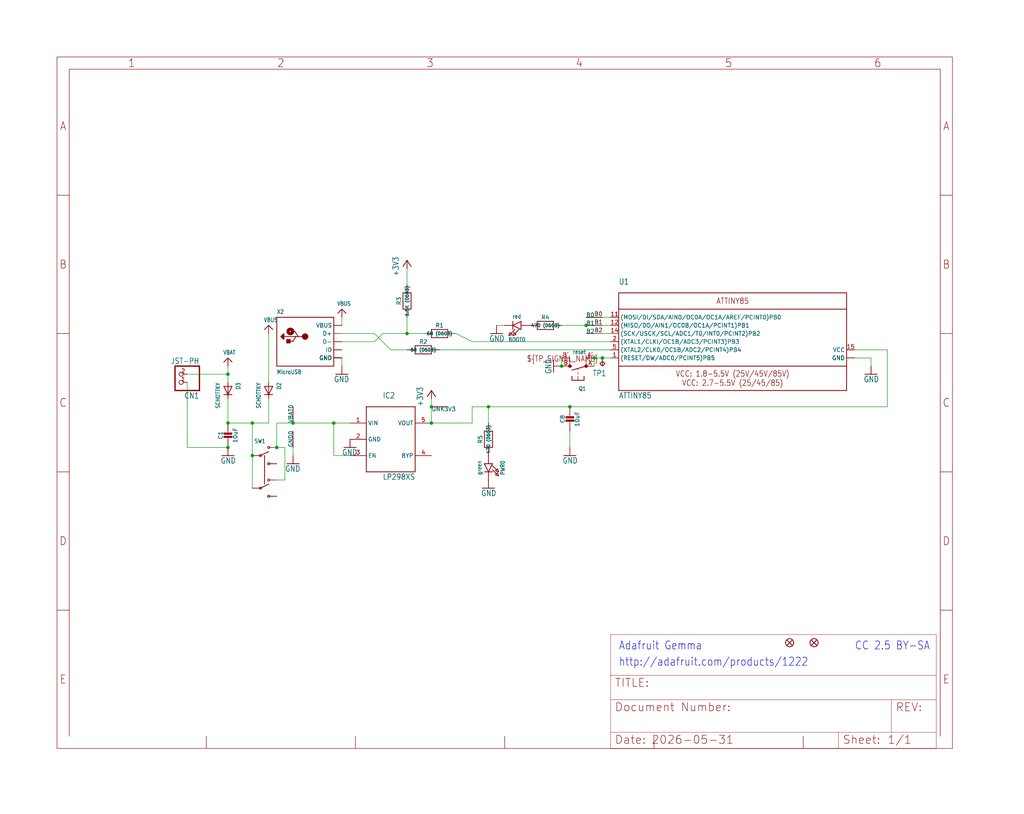
<source format=kicad_sch>
(kicad_sch (version 20230121) (generator eeschema)
  (paper "User" 319.507 254.127)
  (lib_symbols
    (symbol "working-eagle-import:+3V3" (power)
      (property "Value" "+3V3" (at -2.54 -5.08 90))
      (symbol "+3V3_1_0"
        (polyline (pts (xy 0 0) (xy -1.27 -1.905)) (stroke (width 0.254)))
        (polyline (pts (xy 1.27 -1.905) (xy 0 0)) (stroke (width 0.254)))
        (pin power_in line (at 0 -2.54 90) (length 2.54) (name "+3V3") (number "1"))
      )
    )
    (symbol "working-eagle-import:ATTINY85"
      (property "Reference" "U" (at -35.56 17.78 0))
      (symbol "ATTINY85_1_0"
        (polyline (pts (xy -35.56 -15.24) (xy 35.56 -15.24)) (stroke (width 0.254)))
        (polyline (pts (xy -35.56 -7.62) (xy -35.56 -15.24)) (stroke (width 0.254)))
        (polyline (pts (xy -35.56 -7.62) (xy -35.56 10.16)) (stroke (width 0.254)))
        (polyline (pts (xy -35.56 10.16) (xy -35.56 15.24)) (stroke (width 0.254)))
        (polyline (pts (xy -35.56 10.16) (xy 35.56 10.16)) (stroke (width 0.254)))
        (polyline (pts (xy -35.56 15.24) (xy 35.56 15.24)) (stroke (width 0.254)))
        (polyline (pts (xy 35.56 -15.24) (xy 35.56 -7.62)) (stroke (width 0.254)))
        (polyline (pts (xy 35.56 -7.62) (xy -35.56 -7.62)) (stroke (width 0.254)))
        (polyline (pts (xy 35.56 10.16) (xy 35.56 -7.62)) (stroke (width 0.254)))
        (polyline (pts (xy 35.56 15.24) (xy 35.56 10.16)) (stroke (width 0.254)))
        (text "ATTINY85" (at 0 12.7 0) (effects (font (size 1.778 1.5113))))
        (text "VCC: 1.8-5.5V (25V/45V/85V)\nVCC: 2.7-5.5V (25/45/85)" (at 0 -11.43 0) (effects (font (size 1.778 1.5113))))
        (pin bidirectional line (at -38.1 -5.08 0) (length 2.54) (name "(RESET/DW/ADC0/PCINT5)PB5") (number "1"))
        (pin bidirectional line (at -38.1 7.62 0) (length 2.54) (name "(MOSI/DI/SDA/AIN0/OC0A/OC1A/AREF/PCINT0)PB0") (number "11"))
        (pin bidirectional line (at -38.1 5.08 0) (length 2.54) (name "(MISO/DO/AIN1/OC0B/OC1A/PCINT1)PB1") (number "12"))
        (pin bidirectional line (at -38.1 2.54 0) (length 2.54) (name "(SCK/USCK/SCL/ADC1/T0/INT0/PCINT2)PB2") (number "14"))
        (pin power_in line (at 38.1 -2.54 180) (length 2.54) (name "VCC") (number "15"))
        (pin bidirectional line (at -38.1 0 0) (length 2.54) (name "(XTAL1/CLKI/OC1B/ADC3/PCINT3)PB3") (number "2"))
        (pin bidirectional line (at -38.1 -2.54 0) (length 2.54) (name "(XTAL2/CLK0/OC1B/ADC2/PCINT4)PB4") (number "5"))
        (pin power_in line (at 38.1 -5.08 180) (length 2.54) (name "GND") (number "8"))
        (pin power_in line (at 38.1 -5.08 180) (length 2.54) (name "GND") (number "THERMAL"))
      )
    )
    (symbol "working-eagle-import:CAP_CERAMIC0805-NOOUTLINE"
      (property "Reference" "C" (at -2.29 1.25 90))
      (symbol "CAP_CERAMIC0805-NOOUTLINE_1_0"
        (rectangle (start -1.27 0.508) (end 1.27 1.016) (fill (type outline)))
        (rectangle (start -1.27 1.524) (end 1.27 2.032) (fill (type outline)))
        (polyline (pts (xy 0 0.762) (xy 0 0)) (stroke (width 0.1524)))
        (polyline (pts (xy 0 2.54) (xy 0 1.778)) (stroke (width 0.1524)))
        (pin passive line (at 0 5.08 270) (length 2.54) (name "1") (number "1"))
        (pin passive line (at 0 -2.54 90) (length 2.54) (name "2") (number "2"))
      )
    )
    (symbol "working-eagle-import:CON_JST_PH_2PIN"
      (property "Reference" "X" (at -6.35 5.715 0))
      (symbol "CON_JST_PH_2PIN_1_0"
        (polyline (pts (xy -6.35 -2.54) (xy 1.27 -2.54)) (stroke (width 0.4064)))
        (polyline (pts (xy -6.35 5.08) (xy -6.35 -2.54)) (stroke (width 0.4064)))
        (polyline (pts (xy 1.27 -2.54) (xy 1.27 5.08)) (stroke (width 0.4064)))
        (polyline (pts (xy 1.27 5.08) (xy -6.35 5.08)) (stroke (width 0.4064)))
        (pin passive inverted (at -2.54 2.54 0) (length 2.54) (name "1") (number "1"))
        (pin passive inverted (at -2.54 0 0) (length 2.54) (name "2") (number "2"))
      )
    )
    (symbol "working-eagle-import:DIODE_SOD-123FL"
      (property "Reference" "D" (at -2.54 2.54 0))
      (symbol "DIODE_SOD-123FL_1_0"
        (polyline (pts (xy -1.27 -1.27) (xy 1.27 0)) (stroke (width 0.254)))
        (polyline (pts (xy -1.27 1.27) (xy -1.27 -1.27)) (stroke (width 0.254)))
        (polyline (pts (xy 1.27 0) (xy -1.27 1.27)) (stroke (width 0.254)))
        (polyline (pts (xy 1.27 0) (xy 1.27 -1.27)) (stroke (width 0.254)))
        (polyline (pts (xy 1.27 1.27) (xy 1.27 0)) (stroke (width 0.254)))
        (pin passive line (at -2.54 0 0) (length 2.54) (name "A") (number "A"))
        (pin passive line (at 2.54 0 180) (length 2.54) (name "C") (number "C"))
      )
    )
    (symbol "working-eagle-import:FIDUCIAL{dblquote}{dblquote}"
      (symbol "FIDUCIAL{dblquote}{dblquote}_1_0"
        (polyline (pts (xy -0.762 0.762) (xy 0.762 -0.762)) (stroke (width 0.254)))
        (polyline (pts (xy 0.762 0.762) (xy -0.762 -0.762)) (stroke (width 0.254)))
        (circle (center 0 0) (radius 1.27) (stroke (width 0.254)))
      )
    )
    (symbol "working-eagle-import:FRAME_A_L"
      (symbol "FRAME_A_L_1_0"
        (polyline (pts (xy 0 43.18) (xy 3.81 43.18)))
        (polyline (pts (xy 0 86.36) (xy 3.81 86.36)))
        (polyline (pts (xy 0 129.54) (xy 3.81 129.54)))
        (polyline (pts (xy 0 172.72) (xy 3.81 172.72)))
        (polyline (pts (xy 3.81 3.81) (xy 3.81 212.09)))
        (polyline (pts (xy 46.5667 0) (xy 46.5667 3.81)))
        (polyline (pts (xy 93.1333 0) (xy 93.1333 3.81)))
        (polyline (pts (xy 139.7 0) (xy 139.7 3.81)))
        (polyline (pts (xy 186.2667 0) (xy 186.2667 3.81)))
        (polyline (pts (xy 232.8333 0) (xy 232.8333 3.81)))
        (polyline (pts (xy 275.59 3.81) (xy 275.59 212.09)))
        (polyline (pts (xy 275.59 43.18) (xy 279.4 43.18)))
        (polyline (pts (xy 275.59 86.36) (xy 279.4 86.36)))
        (polyline (pts (xy 275.59 129.54) (xy 279.4 129.54)))
        (polyline (pts (xy 275.59 172.72) (xy 279.4 172.72)))
        (polyline (pts (xy 275.59 212.09) (xy 3.81 212.09)))
        (polyline (pts (xy 0 0) (xy 279.4 0) (xy 279.4 215.9) (xy 0 215.9) (xy 0 0)))
        (text "1" (at 23.2833 213.995 0) (effects (font (size 2.54 2.286))))
        (text "2" (at 69.85 213.995 0) (effects (font (size 2.54 2.286))))
        (text "3" (at 116.4167 213.995 0) (effects (font (size 2.54 2.286))))
        (text "4" (at 162.9833 213.995 0) (effects (font (size 2.54 2.286))))
        (text "5" (at 209.55 213.995 0) (effects (font (size 2.54 2.286))))
        (text "6" (at 256.1167 213.995 0) (effects (font (size 2.54 2.286))))
        (text "A" (at 1.905 194.31 0) (effects (font (size 2.54 2.286))))
        (text "A" (at 277.495 194.31 0) (effects (font (size 2.54 2.286))))
        (text "B" (at 1.905 151.13 0) (effects (font (size 2.54 2.286))))
        (text "B" (at 277.495 151.13 0) (effects (font (size 2.54 2.286))))
        (text "C" (at 1.905 107.95 0) (effects (font (size 2.54 2.286))))
        (text "C" (at 277.495 107.95 0) (effects (font (size 2.54 2.286))))
        (text "D" (at 1.905 64.77 0) (effects (font (size 2.54 2.286))))
        (text "D" (at 277.495 64.77 0) (effects (font (size 2.54 2.286))))
        (text "E" (at 1.905 21.59 0) (effects (font (size 2.54 2.286))))
        (text "E" (at 277.495 21.59 0) (effects (font (size 2.54 2.286))))
      )
      (symbol "FRAME_A_L_2_0"
        (polyline (pts (xy 0 0) (xy 0 5.08)) (stroke (width 0.1016)))
        (polyline (pts (xy 0 0) (xy 71.12 0)) (stroke (width 0.1016)))
        (polyline (pts (xy 0 5.08) (xy 0 15.24)) (stroke (width 0.1016)))
        (polyline (pts (xy 0 5.08) (xy 71.12 5.08)) (stroke (width 0.1016)))
        (polyline (pts (xy 0 15.24) (xy 0 22.86)) (stroke (width 0.1016)))
        (polyline (pts (xy 0 22.86) (xy 0 35.56)) (stroke (width 0.1016)))
        (polyline (pts (xy 0 22.86) (xy 101.6 22.86)) (stroke (width 0.1016)))
        (polyline (pts (xy 71.12 0) (xy 101.6 0)) (stroke (width 0.1016)))
        (polyline (pts (xy 71.12 5.08) (xy 71.12 0)) (stroke (width 0.1016)))
        (polyline (pts (xy 71.12 5.08) (xy 87.63 5.08)) (stroke (width 0.1016)))
        (polyline (pts (xy 87.63 5.08) (xy 101.6 5.08)) (stroke (width 0.1016)))
        (polyline (pts (xy 87.63 15.24) (xy 0 15.24)) (stroke (width 0.1016)))
        (polyline (pts (xy 87.63 15.24) (xy 87.63 5.08)) (stroke (width 0.1016)))
        (polyline (pts (xy 101.6 5.08) (xy 101.6 0)) (stroke (width 0.1016)))
        (polyline (pts (xy 101.6 15.24) (xy 87.63 15.24)) (stroke (width 0.1016)))
        (polyline (pts (xy 101.6 15.24) (xy 101.6 5.08)) (stroke (width 0.1016)))
        (polyline (pts (xy 101.6 22.86) (xy 101.6 15.24)) (stroke (width 0.1016)))
        (polyline (pts (xy 101.6 35.56) (xy 0 35.56)) (stroke (width 0.1016)))
        (polyline (pts (xy 101.6 35.56) (xy 101.6 22.86)) (stroke (width 0.1016)))
        (text "${#}/${##}" (at 86.36 1.27 0) (effects (font (size 2.54 2.54)) (justify left bottom)))
        (text "${CURRENT_DATE}" (at 12.7 1.27 0) (effects (font (size 2.54 2.54)) (justify left bottom)))
        (text "${PROJECTNAME}" (at 17.78 19.05 0) (effects (font (size 2.54 2.54)) (justify left bottom)))
        (text "Date:" (at 1.27 1.27 0) (effects (font (size 2.54 2.54)) (justify left bottom)))
        (text "Document Number:" (at 1.27 11.43 0) (effects (font (size 2.54 2.54)) (justify left bottom)))
        (text "REV:" (at 88.9 11.43 0) (effects (font (size 2.54 2.54)) (justify left bottom)))
        (text "Sheet:" (at 72.39 1.27 0) (effects (font (size 2.54 2.54)) (justify left bottom)))
        (text "TITLE:" (at 1.27 19.05 0) (effects (font (size 2.54 2.54)) (justify left bottom)))
      )
    )
    (symbol "working-eagle-import:GND" (power)
      (property "Value" "GND" (at -2.54 -2.54 0))
      (symbol "GND_1_0"
        (polyline (pts (xy -1.905 0) (xy 1.905 0)) (stroke (width 0.254)))
        (pin power_in line (at 0 2.54 270) (length 2.54) (name "GND") (number "1"))
      )
    )
    (symbol "working-eagle-import:LED0805_NOOUTLINE"
      (property "Reference" "D" (at -1.27 4.445 0))
      (symbol "LED0805_NOOUTLINE_1_0"
        (polyline (pts (xy -2.54 -1.27) (xy 0 0)) (stroke (width 0.254)))
        (polyline (pts (xy -2.54 1.27) (xy -2.54 -1.27)) (stroke (width 0.254)))
        (polyline (pts (xy -1.905 1.27) (xy -0.635 2.54)) (stroke (width 0.254)))
        (polyline (pts (xy -0.9525 2.8575) (xy -0.3175 2.2225)) (stroke (width 0.254)))
        (polyline (pts (xy -0.635 1.27) (xy 0.635 2.54)) (stroke (width 0.254)))
        (polyline (pts (xy -0.3175 2.2225) (xy 0 3.175)) (stroke (width 0.254)))
        (polyline (pts (xy 0 0) (xy -2.54 1.27)) (stroke (width 0.254)))
        (polyline (pts (xy 0 0) (xy 0 -1.27)) (stroke (width 0.254)))
        (polyline (pts (xy 0 1.27) (xy 0 0)) (stroke (width 0.254)))
        (polyline (pts (xy 0 3.175) (xy -0.9525 2.8575)) (stroke (width 0.254)))
        (polyline (pts (xy 0.3175 2.8575) (xy 0.9525 2.2225)) (stroke (width 0.254)))
        (polyline (pts (xy 0.9525 2.2225) (xy 1.27 3.175)) (stroke (width 0.254)))
        (polyline (pts (xy 1.27 3.175) (xy 0.3175 2.8575)) (stroke (width 0.254)))
        (pin passive line (at -5.08 0 0) (length 2.54) (name "A") (number "A"))
        (pin passive line (at 2.54 0 180) (length 2.54) (name "C") (number "C"))
      )
    )
    (symbol "working-eagle-import:LP298XS"
      (property "Reference" "IC" (at -12.7 -5.08 90))
      (symbol "LP298XS_1_0"
        (polyline (pts (xy -10.16 -10.16) (xy 10.16 -10.16)) (stroke (width 0.254)))
        (polyline (pts (xy -10.16 5.08) (xy -10.16 -10.16)) (stroke (width 0.254)))
        (polyline (pts (xy 10.16 -10.16) (xy 10.16 5.08)) (stroke (width 0.254)))
        (polyline (pts (xy 10.16 5.08) (xy -10.16 5.08)) (stroke (width 0.254)))
        (pin bidirectional line (at -5.08 -15.24 90) (length 5.08) (name "VIN") (number "1"))
        (pin bidirectional line (at 0 -15.24 90) (length 5.08) (name "GND") (number "2"))
        (pin bidirectional line (at 5.08 -15.24 90) (length 5.08) (name "EN") (number "3"))
        (pin bidirectional line (at 5.08 10.16 270) (length 5.08) (name "BYP") (number "4"))
        (pin bidirectional line (at -5.08 10.16 270) (length 5.08) (name "VOUT") (number "5"))
      )
    )
    (symbol "working-eagle-import:RESISTOR_0603_NOOUT"
      (property "Reference" "R" (at 0 2.54 0))
      (symbol "RESISTOR_0603_NOOUT_1_0"
        (polyline (pts (xy -2.54 -1.27) (xy -2.54 1.27)) (stroke (width 0.254)))
        (polyline (pts (xy -2.54 1.27) (xy 2.54 1.27)) (stroke (width 0.254)))
        (polyline (pts (xy 2.54 -1.27) (xy -2.54 -1.27)) (stroke (width 0.254)))
        (polyline (pts (xy 2.54 1.27) (xy 2.54 -1.27)) (stroke (width 0.254)))
        (pin passive line (at -5.08 0 0) (length 2.54) (name "1") (number "1"))
        (pin passive line (at 5.08 0 180) (length 2.54) (name "2") (number "2"))
      )
    )
    (symbol "working-eagle-import:SEWTAP-2.0IN"
      (property "Reference" "TP" (at 0 0 0))
      (symbol "SEWTAP-2.0IN_1_0"
        (pin bidirectional line (at 0 0 0) (length 5.08) (name "SEW") (number "P$1"))
      )
    )
    (symbol "working-eagle-import:SWITCH_DPDTEG1390"
      (property "Reference" "SW" (at -4.445 8.89 0))
      (symbol "SWITCH_DPDTEG1390_1_0"
        (circle (center -2.54 -5.08) (radius 0.3592) (stroke (width 0.2032)))
        (circle (center -2.54 5.08) (radius 0.3592) (stroke (width 0.2032)))
        (circle (center 0 -7.62) (radius 0.3592) (stroke (width 0.2032)))
        (circle (center 0 -2.54) (radius 0.3592) (stroke (width 0.2032)))
        (polyline (pts (xy -2.54 -5.08) (xy 0 -3.81)) (stroke (width 0.254)))
        (polyline (pts (xy -2.54 5.08) (xy 0 6.35)) (stroke (width 0.254)))
        (polyline (pts (xy -1.27 5.08) (xy -1.27 -3.81)) (stroke (width 0.254)))
        (polyline (pts (xy 0 -7.62) (xy 0.635 -7.62)) (stroke (width 0.127)))
        (polyline (pts (xy 0 -2.54) (xy 0.635 -2.54)) (stroke (width 0.1524)))
        (polyline (pts (xy 0 2.54) (xy 0.635 2.54)) (stroke (width 0.127)))
        (polyline (pts (xy 0 7.62) (xy 0.635 7.62)) (stroke (width 0.1524)))
        (circle (center 0 2.54) (radius 0.3592) (stroke (width 0.2032)))
        (circle (center 0 7.62) (radius 0.3592) (stroke (width 0.2032)))
        (pin passive line (at 2.54 7.62 180) (length 2.54) (name "O1") (number "O1"))
        (pin passive line (at 2.54 -2.54 180) (length 2.54) (name "O2") (number "O2"))
        (pin passive line (at -5.08 5.08 0) (length 2.54) (name "P1") (number "P1"))
        (pin passive line (at -5.08 -5.08 0) (length 2.54) (name "P2") (number "P2"))
        (pin passive line (at 2.54 2.54 180) (length 2.54) (name "S1") (number "S1"))
        (pin passive line (at 2.54 -7.62 180) (length 2.54) (name "S2") (number "S2"))
      )
    )
    (symbol "working-eagle-import:SWITCH_TACT_SMT4.6X2.8"
      (property "Reference" "SW" (at -2.54 6.35 0))
      (symbol "SWITCH_TACT_SMT4.6X2.8_1_0"
        (circle (center -2.54 0) (radius 0.127) (stroke (width 0.4064)))
        (polyline (pts (xy -2.54 -2.54) (xy -2.54 0)) (stroke (width 0.1524)))
        (polyline (pts (xy -2.54 0) (xy 1.905 1.27)) (stroke (width 0.254)))
        (polyline (pts (xy -1.905 4.445) (xy -1.905 3.175)) (stroke (width 0.254)))
        (polyline (pts (xy 0 1.27) (xy 0 0.635)) (stroke (width 0.1524)))
        (polyline (pts (xy 0 2.54) (xy 0 1.905)) (stroke (width 0.1524)))
        (polyline (pts (xy 0 4.445) (xy -1.905 4.445)) (stroke (width 0.254)))
        (polyline (pts (xy 0 4.445) (xy 0 3.175)) (stroke (width 0.1524)))
        (polyline (pts (xy 1.905 0) (xy 2.54 0)) (stroke (width 0.254)))
        (polyline (pts (xy 1.905 4.445) (xy 0 4.445)) (stroke (width 0.254)))
        (polyline (pts (xy 1.905 4.445) (xy 1.905 3.175)) (stroke (width 0.254)))
        (polyline (pts (xy 2.54 -2.54) (xy 2.54 0)) (stroke (width 0.1524)))
        (circle (center 2.54 0) (radius 0.127) (stroke (width 0.4064)))
        (pin passive line (at -5.08 0 0) (length 2.54) (name "P") (number "A"))
        (pin passive line (at -5.08 -2.54 0) (length 2.54) (name "P1") (number "A'"))
        (pin passive line (at 5.08 0 180) (length 2.54) (name "S") (number "B"))
        (pin passive line (at 5.08 -2.54 180) (length 2.54) (name "S1") (number "B'"))
      )
    )
    (symbol "working-eagle-import:TPB2,54"
      (property "Reference" "TP" (at -1.27 1.27 0))
      (symbol "TPB2,54_1_0"
        (polyline (pts (xy -0.762 -0.762) (xy 0 0)) (stroke (width 0.254)))
        (polyline (pts (xy 0 -1.524) (xy -0.762 -0.762)) (stroke (width 0.254)))
        (polyline (pts (xy 0 0) (xy 0.762 -0.762)) (stroke (width 0.254)))
        (polyline (pts (xy 0.762 -0.762) (xy 0 -1.524)) (stroke (width 0.254)))
        (text "${TP_SIGNAL_NAME}" (at 1.27 -1.27 0) (effects (font (size 1.778 1.5113)) (justify left bottom)))
        (pin input line (at 0 -2.54 90) (length 2.54) (name "TP") (number "TP"))
      )
    )
    (symbol "working-eagle-import:USBMICRO_20329"
      (property "Reference" "X" (at -10.16 8.636 0))
      (symbol "USBMICRO_20329_1_0"
        (rectangle (start -7.12 -0.45) (end -5.92 0.75) (fill (type outline)))
        (circle (center -5.92 3.2) (radius 0.2) (stroke (width 1)))
        (circle (center -1.32 1.6) (radius 0.5) (stroke (width 1)))
        (polyline (pts (xy -10.2 7.62) (xy -10.16 7.62)) (stroke (width 0.254)))
        (polyline (pts (xy -10.16 -7.62) (xy 7.62 -7.62)) (stroke (width 0.254)))
        (polyline (pts (xy -10.16 7.62) (xy -10.16 -7.62)) (stroke (width 0.254)))
        (polyline (pts (xy -10.16 7.62) (xy 7.62 7.62)) (stroke (width 0.254)))
        (polyline (pts (xy -8.92 1.6) (xy -8.12 2.4)) (stroke (width 0.254)))
        (polyline (pts (xy -8.52 1.4) (xy -8.32 1.2)) (stroke (width 0.254)))
        (polyline (pts (xy -8.52 1.6) (xy -8.52 1.4)) (stroke (width 0.254)))
        (polyline (pts (xy -8.32 1.2) (xy -8.32 2)) (stroke (width 0.254)))
        (polyline (pts (xy -8.32 2) (xy -8.72 1.6)) (stroke (width 0.254)))
        (polyline (pts (xy -8.12 0.8) (xy -8.92 1.6)) (stroke (width 0.254)))
        (polyline (pts (xy -8.12 1) (xy -8.12 2.4)) (stroke (width 0.254)))
        (polyline (pts (xy -8.12 2.4) (xy -7.92 2.4)) (stroke (width 0.254)))
        (polyline (pts (xy -7.92 0.8) (xy -8.12 0.8)) (stroke (width 0.254)))
        (polyline (pts (xy -7.92 1.6) (xy -7.92 0.8)) (stroke (width 0.254)))
        (polyline (pts (xy -7.92 2.4) (xy -7.92 1.6)) (stroke (width 0.254)))
        (polyline (pts (xy -6.27 0.15) (xy -5.07 0.15)) (stroke (width 0.254)))
        (polyline (pts (xy -5.52 3.2) (xy -4.52 3.2)) (stroke (width 0.254)))
        (polyline (pts (xy -5.07 0.15) (xy -4.22 1.6)) (stroke (width 0.254)))
        (polyline (pts (xy -4.52 3.2) (xy -3.47 1.6)) (stroke (width 0.254)))
        (polyline (pts (xy -4.22 1.6) (xy -7.92 1.6)) (stroke (width 0.254)))
        (polyline (pts (xy -3.47 1.6) (xy -4.22 1.6)) (stroke (width 0.254)))
        (polyline (pts (xy -1.32 1.6) (xy -3.47 1.6)) (stroke (width 0.254)))
        (polyline (pts (xy 7.62 7.62) (xy 7.62 -7.62)) (stroke (width 0.254)))
        (pin power_in line (at 10.16 -5.08 180) (length 2.54) (name "GND") (number "BASE@1"))
        (pin power_in line (at 10.16 -5.08 180) (length 2.54) (name "GND") (number "BASE@2"))
        (pin bidirectional line (at 10.16 2.54 180) (length 2.54) (name "D+") (number "D+"))
        (pin bidirectional line (at 10.16 0 180) (length 2.54) (name "D-") (number "D-"))
        (pin power_in line (at 10.16 -5.08 180) (length 2.54) (name "GND") (number "GND"))
        (pin bidirectional line (at 10.16 -2.54 180) (length 2.54) (name "ID") (number "ID"))
        (pin power_in line (at 10.16 -5.08 180) (length 2.54) (name "GND") (number "SPRT@1"))
        (pin power_in line (at 10.16 -5.08 180) (length 2.54) (name "GND") (number "SPRT@2"))
        (pin power_in line (at 10.16 -5.08 180) (length 2.54) (name "GND") (number "SPRT@3"))
        (pin power_in line (at 10.16 -5.08 180) (length 2.54) (name "GND") (number "SPRT@4"))
        (pin power_in line (at 10.16 5.08 180) (length 2.54) (name "VBUS") (number "VBUS"))
      )
    )
    (symbol "working-eagle-import:VBAT" (power)
      (property "Value" "VBAT" (at -1.524 1.016 0))
      (symbol "VBAT_1_0"
        (polyline (pts (xy -1.27 -1.27) (xy 0 0)) (stroke (width 0.254)))
        (polyline (pts (xy 0 0) (xy 1.27 -1.27)) (stroke (width 0.254)))
        (pin power_in line (at 0 -2.54 90) (length 2.54) (name "VBAT") (number "1"))
      )
    )
    (symbol "working-eagle-import:VBUS" (power)
      (property "Value" "VBUS" (at -1.524 1.016 0))
      (symbol "VBUS_1_0"
        (polyline (pts (xy -1.27 -1.27) (xy 0 0)) (stroke (width 0.254)))
        (polyline (pts (xy 0 0) (xy 1.27 -1.27)) (stroke (width 0.254)))
        (pin power_in line (at 0 -2.54 90) (length 2.54) (name "VBUS") (number "1"))
      )
    )
  )
  (junction (at 175.26 114.3))
  (junction (at 187.96 111.76))
  (junction (at 86.36 139.7))
  (junction (at 78.74 132.08))
  (junction (at 71.12 116.84))
  (junction (at 177.8 127))
  (junction (at 152.4 127))
  (junction (at 91.44 132.08))
  (junction (at 71.12 139.7))
  (junction (at 78.74 142.24))
  (junction (at 71.12 132.08))
  (junction (at 134.62 132.08))
  (junction (at 185.42 111.76))
  (junction (at 134.62 127))
  (junction (at 182.88 101.6))
  (junction (at 127 104.14))
  (junction (at 104.14 132.08))
  (wire (pts (xy 276.86 127) (xy 276.86 109.22)) (stroke (width 0.1524)))
  (wire (pts (xy 142.24 104.14) (xy 147.32 106.68)) (stroke (width 0.1524)))
  (wire (pts (xy 106.68 101.6) (xy 106.68 99.06)) (stroke (width 0.1524)))
  (wire (pts (xy 271.78 111.76) (xy 271.78 114.3)) (stroke (width 0.1524)))
  (wire (pts (xy 86.36 132.08) (xy 91.44 132.08)) (stroke (width 0.1524)))
  (wire (pts (xy 127 88.9) (xy 127 83.82)) (stroke (width 0.1524)))
  (wire (pts (xy 134.62 124.46) (xy 134.62 127)) (stroke (width 0.1524)))
  (wire (pts (xy 121.92 109.22) (xy 127 109.22)) (stroke (width 0.1524)))
  (wire (pts (xy 58.42 116.84) (xy 71.12 116.84)) (stroke (width 0.1524)))
  (wire (pts (xy 78.74 132.08) (xy 71.12 132.08)) (stroke (width 0.1524)))
  (wire (pts (xy 106.68 106.68) (xy 116.84 106.68)) (stroke (width 0.1524)))
  (wire (pts (xy 152.4 127) (xy 152.4 132.08)) (stroke (width 0.1524)))
  (wire (pts (xy 78.74 132.08) (xy 78.74 142.24)) (stroke (width 0.1524)))
  (wire (pts (xy 104.14 132.08) (xy 109.22 132.08)) (stroke (width 0.1524)))
  (wire (pts (xy 190.5 106.68) (xy 147.32 106.68)) (stroke (width 0.1524)))
  (wire (pts (xy 116.84 106.68) (xy 119.38 104.14)) (stroke (width 0.1524)))
  (wire (pts (xy 177.8 139.7) (xy 177.8 134.62)) (stroke (width 0.1524)))
  (wire (pts (xy 147.32 132.08) (xy 147.32 127)) (stroke (width 0.1524)))
  (wire (pts (xy 86.36 139.7) (xy 86.36 132.08)) (stroke (width 0.1524)))
  (wire (pts (xy 175.26 101.6) (xy 182.88 101.6)) (stroke (width 0.1524)))
  (wire (pts (xy 127 104.14) (xy 132.08 104.14)) (stroke (width 0.1524)))
  (wire (pts (xy 104.14 142.24) (xy 104.14 132.08)) (stroke (width 0.1524)))
  (wire (pts (xy 266.7 111.76) (xy 271.78 111.76)) (stroke (width 0.1524)))
  (wire (pts (xy 58.42 139.7) (xy 71.12 139.7)) (stroke (width 0.1524)))
  (wire (pts (xy 91.44 142.24) (xy 91.44 139.7)) (stroke (width 0.1524)))
  (wire (pts (xy 106.68 104.14) (xy 116.84 104.14)) (stroke (width 0.1524)))
  (wire (pts (xy 177.8 127) (xy 276.86 127)) (stroke (width 0.1524)))
  (wire (pts (xy 175.26 111.76) (xy 175.26 114.3)) (stroke (width 0.1524)))
  (wire (pts (xy 134.62 127) (xy 134.62 132.08)) (stroke (width 0.1524)))
  (wire (pts (xy 109.22 142.24) (xy 104.14 142.24)) (stroke (width 0.1524)))
  (wire (pts (xy 86.36 149.86) (xy 88.9 149.86)) (stroke (width 0.1524)))
  (wire (pts (xy 106.68 111.76) (xy 106.68 114.3)) (stroke (width 0.1524)))
  (wire (pts (xy 119.38 104.14) (xy 127 104.14)) (stroke (width 0.1524)))
  (wire (pts (xy 88.9 139.7) (xy 86.36 139.7)) (stroke (width 0.1524)))
  (wire (pts (xy 71.12 114.3) (xy 71.12 116.84)) (stroke (width 0.1524)))
  (wire (pts (xy 182.88 101.6) (xy 190.5 101.6)) (stroke (width 0.1524)))
  (wire (pts (xy 152.4 127) (xy 177.8 127)) (stroke (width 0.1524)))
  (wire (pts (xy 147.32 127) (xy 152.4 127)) (stroke (width 0.1524)))
  (wire (pts (xy 58.42 119.38) (xy 58.42 139.7)) (stroke (width 0.1524)))
  (wire (pts (xy 182.88 99.06) (xy 190.5 99.06)) (stroke (width 0.1524)))
  (wire (pts (xy 134.62 132.08) (xy 147.32 132.08)) (stroke (width 0.1524)))
  (wire (pts (xy 91.44 132.08) (xy 104.14 132.08)) (stroke (width 0.1524)))
  (wire (pts (xy 185.42 111.76) (xy 187.96 111.76)) (stroke (width 0.1524)))
  (wire (pts (xy 185.42 111.76) (xy 185.42 114.3)) (stroke (width 0.1524)))
  (wire (pts (xy 182.88 104.14) (xy 190.5 104.14)) (stroke (width 0.1524)))
  (wire (pts (xy 78.74 142.24) (xy 78.74 152.4)) (stroke (width 0.1524)))
  (wire (pts (xy 187.96 111.76) (xy 190.5 111.76)) (stroke (width 0.1524)))
  (wire (pts (xy 83.82 119.38) (xy 83.82 104.14)) (stroke (width 0.1524)))
  (wire (pts (xy 83.82 124.46) (xy 83.82 132.08)) (stroke (width 0.1524)))
  (wire (pts (xy 137.16 109.22) (xy 190.5 109.22)) (stroke (width 0.1524)))
  (wire (pts (xy 88.9 149.86) (xy 88.9 139.7)) (stroke (width 0.1524)))
  (wire (pts (xy 71.12 116.84) (xy 71.12 119.38)) (stroke (width 0.1524)))
  (wire (pts (xy 116.84 104.14) (xy 121.92 109.22)) (stroke (width 0.1524)))
  (wire (pts (xy 276.86 109.22) (xy 266.7 109.22)) (stroke (width 0.1524)))
  (wire (pts (xy 83.82 132.08) (xy 78.74 132.08)) (stroke (width 0.1524)))
  (wire (pts (xy 71.12 132.08) (xy 71.12 124.46)) (stroke (width 0.1524)))
  (wire (pts (xy 127 99.06) (xy 127 104.14)) (stroke (width 0.1524)))
  (wire (pts (xy 154.94 101.6) (xy 157.48 101.6)) (stroke (width 0.1524)))
  (text "http://adafruit.com/products/1222" (at 193.04 208.28 0) (effects (font (size 2.54 2.159)) (justify left bottom)))
  (text "Adafruit Gemma" (at 193.04 203.2 0) (effects (font (size 2.54 2.159)) (justify left bottom)))
  (text "CC 2.5 BY-SA" (at 266.7 203.2 0) (effects (font (size 2.54 2.159)) (justify left bottom)))
  (label "B2" (at 185.42 104.14 0) (effects (font (size 1.2446 1.2446))))
  (label "B0" (at 185.42 99.06 0) (effects (font (size 1.2446 1.2446))))
  (label "B1" (at 185.42 101.6 0) (effects (font (size 1.2446 1.2446))))
  (symbol (lib_id "working-eagle-import:GND") (at 106.68 116.84 0) (unit 1)
    (property "Reference" "#GND1" (effects hide))
    (property "Value" "GND" (at 104.14 119.38 0) (effects (font (size 1.778 1.5113)) (justify left bottom)))
  )
  (symbol (lib_id "working-eagle-import:USBMICRO_20329") (at 96.52 106.68 0) (unit 1)
    (property "Reference" "X2" (at 86.36 98.044 0) (effects (font (size 1.27 1.0795)) (justify left bottom)))
    (property "Value" "MicroUSB" (at 86.36 116.84 0) (effects (font (size 1.27 1.0795)) (justify left bottom)))
    (property "Footprint" "working:4UCONN_20329" (effects hide))
  )
  (symbol (lib_id "working-eagle-import:DIODE_SOD-123FL") (at 83.82 121.92 270) (unit 1)
    (property "Reference" "D2" (at 86.36 119.38 0) (effects (font (size 1.27 1.0795)) (justify left bottom)))
    (property "Value" "SCHOTTKY" (at 80.01 119.38 0) (effects (font (size 1.27 1.0795)) (justify left bottom)))
    (property "Footprint" "working:SOD-123FL" (effects hide))
  )
  (symbol (lib_id "working-eagle-import:VBUS") (at 83.82 101.6 0) (unit 1)
    (property "Reference" "#U$3" (effects hide))
    (property "Value" "VBUS" (at 82.296 100.584 0) (effects (font (size 1.27 1.0795)) (justify left bottom)))
  )
  (symbol (lib_id "working-eagle-import:GND") (at 91.44 144.78 0) (unit 1)
    (property "Reference" "#GND2" (effects hide))
    (property "Value" "GND" (at 88.9 147.32 0) (effects (font (size 1.778 1.5113)) (justify left bottom)))
  )
  (symbol (lib_id "working-eagle-import:GND") (at 177.8 142.24 0) (mirror y) (unit 1)
    (property "Reference" "#GND12" (effects hide))
    (property "Value" "GND" (at 180.34 144.78 0) (effects (font (size 1.778 1.5113)) (justify left bottom)))
  )
  (symbol (lib_id "working-eagle-import:GND") (at 109.22 139.7 0) (unit 1)
    (property "Reference" "#GND11" (effects hide))
    (property "Value" "GND" (at 106.68 142.24 0) (effects (font (size 1.778 1.5113)) (justify left bottom)))
  )
  (symbol (lib_id "working-eagle-import:FRAME_A_L") (at 17.78 233.68 0) (unit 1)
    (property "Reference" "#FRAME1" (effects hide))
    (property "Value" "FRAME_A_L" (effects hide))
  )
  (symbol (lib_id "working-eagle-import:SEWTAP-2.0IN") (at 134.62 127 0) (mirror x) (unit 1)
    (property "Reference" "UNK3V3" (at 134.62 127 0) (effects (justify left bottom)))
    (property "Value" "SEWTAP-2.0IN" (effects hide))
    (property "Footprint" "working:SEWINGTAP_2.0" (effects hide))
  )
  (symbol (lib_id "working-eagle-import:GND") (at 271.78 116.84 0) (mirror y) (unit 1)
    (property "Reference" "#GND22" (effects hide))
    (property "Value" "GND" (at 274.32 119.38 0) (effects (font (size 1.778 1.5113)) (justify left bottom)))
  )
  (symbol (lib_id "working-eagle-import:LED0805_NOOUTLINE") (at 160.02 101.6 180) (unit 1)
    (property "Reference" "BOOT0" (at 161.29 106.045 0) (effects (font (size 1.27 1.0795))))
    (property "Value" "red" (at 161.29 98.806 0) (effects (font (size 1.27 1.0795))))
    (property "Footprint" "working:CHIPLED_0805_NOOUTLINE" (effects hide))
  )
  (symbol (lib_id "working-eagle-import:FRAME_A_L") (at 190.5 233.68 0) (unit 2)
    (property "Reference" "#FRAME1" (effects hide))
    (property "Value" "FRAME_A_L" (effects hide))
  )
  (symbol (lib_id "working-eagle-import:SWITCH_DPDTEG1390") (at 83.82 147.32 0) (unit 1)
    (property "Reference" "SW1" (at 79.375 138.43 0) (effects (font (size 1.27 1.0795)) (justify left bottom)))
    (property "Value" "SWITCH_DPDTEG1390" (effects hide))
    (property "Footprint" "working:EG1390" (effects hide))
  )
  (symbol (lib_id "working-eagle-import:+3V3") (at 127 81.28 0) (unit 1)
    (property "Reference" "#+3V1" (effects hide))
    (property "Value" "+3V3" (at 124.46 86.36 90) (effects (font (size 1.778 1.5113)) (justify left bottom)))
  )
  (symbol (lib_id "working-eagle-import:RESISTOR_0603_NOOUT") (at 152.4 137.16 90) (unit 1)
    (property "Reference" "R5" (at 149.86 137.16 0))
    (property "Value" "470 (0603)" (at 152.4 137.16 0) (effects (font (size 1.016 1.016) bold)))
    (property "Footprint" "working:0603-NO" (effects hide))
  )
  (symbol (lib_id "working-eagle-import:LP298XS") (at 124.46 137.16 270) (unit 1)
    (property "Reference" "IC2" (at 119.38 124.46 90) (effects (font (size 1.778 1.5113)) (justify left bottom)))
    (property "Value" "LP298XS" (at 119.38 149.86 90) (effects (font (size 1.778 1.5113)) (justify left bottom)))
    (property "Footprint" "working:SOT23-5L" (effects hide))
  )
  (symbol (lib_id "working-eagle-import:GND") (at 172.72 114.3 270) (mirror x) (unit 1)
    (property "Reference" "#GND5" (effects hide))
    (property "Value" "GND" (at 170.18 116.84 0) (effects (font (size 1.778 1.5113)) (justify left bottom)))
  )
  (symbol (lib_id "working-eagle-import:FIDUCIAL{dblquote}{dblquote}") (at 254 200.66 0) (unit 1)
    (property "Reference" "U$1" (effects hide))
    (property "Value" "FIDUCIAL{dblquote}{dblquote}" (effects hide))
    (property "Footprint" "working:FIDUCIAL_1MM" (effects hide))
  )
  (symbol (lib_id "working-eagle-import:DIODE_SOD-123FL") (at 71.12 121.92 270) (unit 1)
    (property "Reference" "D3" (at 73.66 119.38 0) (effects (font (size 1.27 1.0795)) (justify left bottom)))
    (property "Value" "SCHOTTKY" (at 67.31 119.38 0) (effects (font (size 1.27 1.0795)) (justify left bottom)))
    (property "Footprint" "working:SOD-123FL" (effects hide))
  )
  (symbol (lib_id "working-eagle-import:SEWTAP-2.0IN") (at 182.88 101.6 0) (unit 1)
    (property "Reference" "B1" (at 182.88 101.6 0) (effects (justify left bottom)))
    (property "Value" "SEWTAP-2.0IN" (effects hide))
    (property "Footprint" "working:SEWINGTAP_2.0" (effects hide))
  )
  (symbol (lib_id "working-eagle-import:ATTINY85") (at 228.6 106.68 0) (unit 1)
    (property "Reference" "U1" (at 193.04 88.9 0) (effects (font (size 1.778 1.5113)) (justify left bottom)))
    (property "Value" "ATTINY85" (at 193.04 124.46 0) (effects (font (size 1.778 1.5113)) (justify left bottom)))
    (property "Footprint" "working:MLF20_4X4MM_0.5MM_ATMEL" (effects hide))
  )
  (symbol (lib_id "working-eagle-import:CAP_CERAMIC0805-NOOUTLINE") (at 71.12 137.16 0) (unit 1)
    (property "Reference" "C1" (at 68.83 135.91 90))
    (property "Value" "10uF" (at 73.42 135.91 90))
    (property "Footprint" "working:0805-NO" (effects hide))
  )
  (symbol (lib_id "working-eagle-import:GND") (at 152.4 152.4 0) (mirror y) (unit 1)
    (property "Reference" "#GND4" (effects hide))
    (property "Value" "GND" (at 154.94 154.94 0) (effects (font (size 1.778 1.5113)) (justify left bottom)))
  )
  (symbol (lib_id "working-eagle-import:CAP_CERAMIC0805-NOOUTLINE") (at 177.8 132.08 0) (unit 1)
    (property "Reference" "C8" (at 175.51 130.83 90))
    (property "Value" "10uF" (at 180.1 130.83 90))
    (property "Footprint" "working:0805-NO" (effects hide))
  )
  (symbol (lib_id "working-eagle-import:TPB2,54") (at 187.96 114.3 180) (unit 1)
    (property "Reference" "TP1" (at 189.23 115.57 0) (effects (font (size 1.778 1.5113)) (justify left bottom)))
    (property "Value" "TPB2,54" (effects hide))
    (property "Footprint" "working:B2,54" (effects hide))
  )
  (symbol (lib_id "working-eagle-import:RESISTOR_0603_NOOUT") (at 170.18 101.6 0) (unit 1)
    (property "Reference" "R4" (at 170.18 99.06 0))
    (property "Value" "470 (0603)" (at 170.18 101.6 0) (effects (font (size 1.016 1.016) bold)))
    (property "Footprint" "working:0603-NO" (effects hide))
  )
  (symbol (lib_id "working-eagle-import:SEWTAP-2.0IN") (at 91.44 139.7 90) (unit 1)
    (property "Reference" "GND0" (at 91.44 139.7 0) (effects (justify left bottom)))
    (property "Value" "SEWTAP-2.0IN" (effects hide))
    (property "Footprint" "working:SEWINGTAP_2.0" (effects hide))
  )
  (symbol (lib_id "working-eagle-import:GND") (at 71.12 142.24 0) (mirror y) (unit 1)
    (property "Reference" "#GND3" (effects hide))
    (property "Value" "GND" (at 73.66 144.78 0) (effects (font (size 1.778 1.5113)) (justify left bottom)))
  )
  (symbol (lib_id "working-eagle-import:SEWTAP-2.0IN") (at 91.44 132.08 90) (unit 1)
    (property "Reference" "VBAT0" (at 91.44 132.08 0) (effects (justify left bottom)))
    (property "Value" "SEWTAP-2.0IN" (effects hide))
    (property "Footprint" "working:SEWINGTAP_2.0" (effects hide))
  )
  (symbol (lib_id "working-eagle-import:+3V3") (at 134.62 121.92 0) (unit 1)
    (property "Reference" "#+3V3" (effects hide))
    (property "Value" "+3V3" (at 132.08 127 90) (effects (font (size 1.778 1.5113)) (justify left bottom)))
  )
  (symbol (lib_id "working-eagle-import:SEWTAP-2.0IN") (at 182.88 99.06 0) (unit 1)
    (property "Reference" "B0" (at 182.88 99.06 0) (effects (justify left bottom)))
    (property "Value" "SEWTAP-2.0IN" (effects hide))
    (property "Footprint" "working:SEWINGTAP_2.0" (effects hide))
  )
  (symbol (lib_id "working-eagle-import:SEWTAP-2.0IN") (at 182.88 104.14 0) (unit 1)
    (property "Reference" "B2" (at 182.88 104.14 0) (effects (justify left bottom)))
    (property "Value" "SEWTAP-2.0IN" (effects hide))
    (property "Footprint" "working:SEWINGTAP_2.0" (effects hide))
  )
  (symbol (lib_id "working-eagle-import:GND") (at 154.94 104.14 0) (mirror y) (unit 1)
    (property "Reference" "#GND6" (effects hide))
    (property "Value" "GND" (at 157.48 106.68 0) (effects (font (size 1.778 1.5113)) (justify left bottom)))
  )
  (symbol (lib_id "working-eagle-import:FIDUCIAL{dblquote}{dblquote}") (at 246.38 200.66 0) (unit 1)
    (property "Reference" "U$6" (effects hide))
    (property "Value" "FIDUCIAL{dblquote}{dblquote}" (effects hide))
    (property "Footprint" "working:FIDUCIAL_1MM" (effects hide))
  )
  (symbol (lib_id "working-eagle-import:SWITCH_TACT_SMT4.6X2.8") (at 180.34 114.3 180) (unit 1)
    (property "Reference" "Q1" (at 182.88 120.65 0) (effects (font (size 1.27 1.0795)) (justify left bottom)))
    (property "Value" "reset" (at 182.88 109.22 0) (effects (font (size 1.27 1.0795)) (justify left bottom)))
    (property "Footprint" "working:BTN_KMR2_4.6X2.8" (effects hide))
  )
  (symbol (lib_id "working-eagle-import:VBUS") (at 106.68 96.52 0) (unit 1)
    (property "Reference" "#U$5" (effects hide))
    (property "Value" "VBUS" (at 105.156 95.504 0) (effects (font (size 1.27 1.0795)) (justify left bottom)))
  )
  (symbol (lib_id "working-eagle-import:RESISTOR_0603_NOOUT") (at 137.16 104.14 0) (unit 1)
    (property "Reference" "R1" (at 137.16 101.6 0))
    (property "Value" "68 (0603)" (at 137.16 104.14 0) (effects (font (size 1.016 1.016) bold)))
    (property "Footprint" "working:0603-NO" (effects hide))
  )
  (symbol (lib_id "working-eagle-import:RESISTOR_0603_NOOUT") (at 132.08 109.22 0) (unit 1)
    (property "Reference" "R2" (at 132.08 106.68 0))
    (property "Value" "68 (0603)" (at 132.08 109.22 0) (effects (font (size 1.016 1.016) bold)))
    (property "Footprint" "working:0603-NO" (effects hide))
  )
  (symbol (lib_id "working-eagle-import:LED0805_NOOUTLINE") (at 152.4 147.32 270) (unit 1)
    (property "Reference" "PWR0" (at 156.845 146.05 0) (effects (font (size 1.27 1.0795))))
    (property "Value" "green" (at 149.606 146.05 0) (effects (font (size 1.27 1.0795))))
    (property "Footprint" "working:CHIPLED_0805_NOOUTLINE" (effects hide))
  )
  (symbol (lib_id "working-eagle-import:RESISTOR_0603_NOOUT") (at 127 93.98 90) (unit 1)
    (property "Reference" "R3" (at 124.46 93.98 0))
    (property "Value" "1.5K (0603)" (at 127 93.98 0) (effects (font (size 1.016 1.016) bold)))
    (property "Footprint" "working:0603-NO" (effects hide))
  )
  (symbol (lib_id "working-eagle-import:VBAT") (at 71.12 111.76 0) (unit 1)
    (property "Reference" "#U$4" (effects hide))
    (property "Value" "VBAT" (at 69.596 110.744 0) (effects (font (size 1.27 1.0795)) (justify left bottom)))
  )
  (symbol (lib_id "working-eagle-import:CON_JST_PH_2PIN") (at 55.88 116.84 180) (unit 1)
    (property "Reference" "CN1" (at 62.23 122.555 0) (effects (font (size 1.778 1.5113)) (justify left bottom)))
    (property "Value" "JST-PH" (at 62.23 111.76 0) (effects (font (size 1.778 1.5113)) (justify left bottom)))
    (property "Footprint" "working:JSTPH2" (effects hide))
  )
)
</source>
